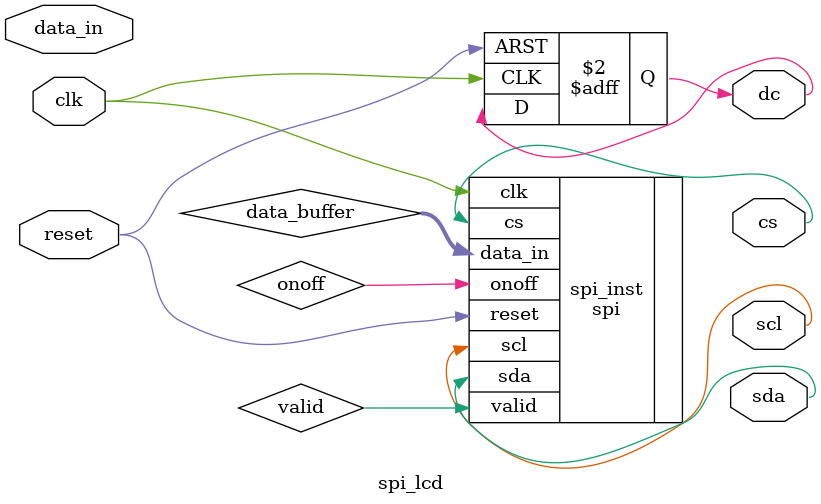
<source format=v>
`timescale 1ns / 1ps


module spi_lcd(
    input clk, reset,
    input [15:0] data_in,
    output cs, scl, sda,
    output reg dc
    );
    
    wire [7:0] data_buffer;
    wire onoff, valid;
    spi spi_inst(
        .clk(clk), .reset(reset),
        .onoff(onoff),
        .data_in(data_buffer),
        .cs(cs), .scl(scl), .sda(sda),
        .valid(valid)
    );
    
    always @(posedge clk, posedge reset) begin
        if(reset) begin
            dc = 0;
        end
        else begin
        end
    end
    
endmodule

</source>
